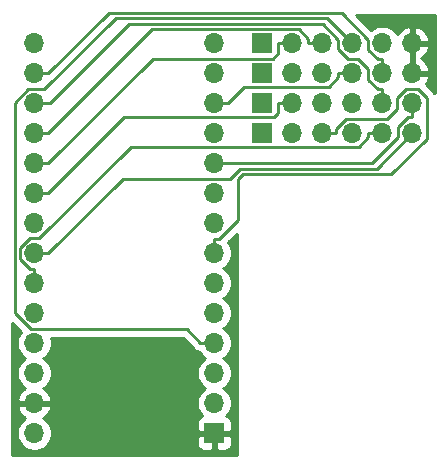
<source format=gbr>
G04 #@! TF.GenerationSoftware,KiCad,Pcbnew,(5.1.5-0-10_14)*
G04 #@! TF.CreationDate,2021-03-13T22:21:17+01:00*
G04 #@! TF.ProjectId,es_bridge,65735f62-7269-4646-9765-2e6b69636164,rev?*
G04 #@! TF.SameCoordinates,Original*
G04 #@! TF.FileFunction,Copper,L2,Bot*
G04 #@! TF.FilePolarity,Positive*
%FSLAX46Y46*%
G04 Gerber Fmt 4.6, Leading zero omitted, Abs format (unit mm)*
G04 Created by KiCad (PCBNEW (5.1.5-0-10_14)) date 2021-03-13 22:21:17*
%MOMM*%
%LPD*%
G04 APERTURE LIST*
%ADD10O,1.700000X1.700000*%
%ADD11R,1.700000X1.700000*%
%ADD12C,0.250000*%
%ADD13C,0.254000*%
G04 APERTURE END LIST*
D10*
X166624000Y-78740000D03*
X164084000Y-78740000D03*
X161544000Y-78740000D03*
X159004000Y-78740000D03*
X156464000Y-78740000D03*
D11*
X153924000Y-78740000D03*
D10*
X166624000Y-76200000D03*
X164084000Y-76200000D03*
X161544000Y-76200000D03*
X159004000Y-76200000D03*
X156464000Y-76200000D03*
D11*
X153924000Y-76200000D03*
D10*
X166624000Y-73660000D03*
X164084000Y-73660000D03*
X161544000Y-73660000D03*
X159004000Y-73660000D03*
X156464000Y-73660000D03*
D11*
X153924000Y-73660000D03*
D10*
X166624000Y-71120000D03*
X164084000Y-71120000D03*
X161544000Y-71120000D03*
X159004000Y-71120000D03*
X156464000Y-71120000D03*
D11*
X153924000Y-71120000D03*
X149860000Y-104140000D03*
D10*
X149860000Y-101600000D03*
X149860000Y-99060000D03*
X149860000Y-96520000D03*
X149860000Y-93980000D03*
X149860000Y-91440000D03*
X149860000Y-88900000D03*
X149860000Y-86360000D03*
X149860000Y-83820000D03*
X149860000Y-81280000D03*
X149860000Y-78740000D03*
X149860000Y-76200000D03*
X149860000Y-73660000D03*
X149860000Y-71120000D03*
X134620000Y-71120000D03*
X134620000Y-73660000D03*
X134620000Y-76200000D03*
X134620000Y-78740000D03*
X134620000Y-81280000D03*
X134620000Y-83820000D03*
X134620000Y-86360000D03*
X134620000Y-88900000D03*
X134620000Y-91440000D03*
X134620000Y-93980000D03*
X134620000Y-96520000D03*
X134620000Y-99060000D03*
X134620000Y-101600000D03*
X134620000Y-104140000D03*
D12*
X161544000Y-73660000D02*
X160368700Y-73660000D01*
X149860000Y-76200000D02*
X151035300Y-76200000D01*
X151035300Y-76200000D02*
X152400000Y-74835300D01*
X152400000Y-74835300D02*
X159560800Y-74835300D01*
X159560800Y-74835300D02*
X160368700Y-74027400D01*
X160368700Y-74027400D02*
X160368700Y-73660000D01*
X166624000Y-76200000D02*
X166624000Y-77375300D01*
X149860000Y-81280000D02*
X151035300Y-81280000D01*
X151035300Y-81280000D02*
X163210400Y-81280000D01*
X163210400Y-81280000D02*
X165448700Y-79041700D01*
X165448700Y-79041700D02*
X165448700Y-78183200D01*
X165448700Y-78183200D02*
X166256600Y-77375300D01*
X166256600Y-77375300D02*
X166624000Y-77375300D01*
X159004000Y-78740000D02*
X160179300Y-78740000D01*
X149860000Y-88900000D02*
X149860000Y-87724700D01*
X149860000Y-87724700D02*
X150227300Y-87724700D01*
X150227300Y-87724700D02*
X151849900Y-86102100D01*
X151849900Y-86102100D02*
X151849900Y-82611500D01*
X151849900Y-82611500D02*
X152246800Y-82214600D01*
X152246800Y-82214600D02*
X164820400Y-82214600D01*
X164820400Y-82214600D02*
X167832900Y-79202100D01*
X167832900Y-79202100D02*
X167832900Y-75736000D01*
X167832900Y-75736000D02*
X167121500Y-75024600D01*
X167121500Y-75024600D02*
X166098400Y-75024600D01*
X166098400Y-75024600D02*
X165320600Y-75802400D01*
X165320600Y-75802400D02*
X165320600Y-76687200D01*
X165320600Y-76687200D02*
X164443100Y-77564700D01*
X164443100Y-77564700D02*
X160987200Y-77564700D01*
X160987200Y-77564700D02*
X160179300Y-78372600D01*
X160179300Y-78372600D02*
X160179300Y-78740000D01*
X149860000Y-96520000D02*
X148684700Y-96520000D01*
X148684700Y-96520000D02*
X147509400Y-95344700D01*
X147509400Y-95344700D02*
X134320100Y-95344700D01*
X134320100Y-95344700D02*
X132943900Y-93968500D01*
X132943900Y-93968500D02*
X132943900Y-76179700D01*
X132943900Y-76179700D02*
X134099000Y-75024600D01*
X134099000Y-75024600D02*
X135475400Y-75024600D01*
X135475400Y-75024600D02*
X141512300Y-68987700D01*
X141512300Y-68987700D02*
X159411700Y-68987700D01*
X159411700Y-68987700D02*
X161544000Y-71120000D01*
X164084000Y-73660000D02*
X164084000Y-72484700D01*
X134620000Y-73660000D02*
X135795300Y-73660000D01*
X135795300Y-73660000D02*
X140918000Y-68537300D01*
X140918000Y-68537300D02*
X160625800Y-68537300D01*
X160625800Y-68537300D02*
X162908700Y-70820200D01*
X162908700Y-70820200D02*
X162908700Y-71676800D01*
X162908700Y-71676800D02*
X163716600Y-72484700D01*
X163716600Y-72484700D02*
X164084000Y-72484700D01*
X164084000Y-76200000D02*
X164084000Y-75024700D01*
X134620000Y-76200000D02*
X135953800Y-76200000D01*
X135953800Y-76200000D02*
X142662600Y-69491200D01*
X142662600Y-69491200D02*
X159041600Y-69491200D01*
X159041600Y-69491200D02*
X160368600Y-70818200D01*
X160368600Y-70818200D02*
X160368600Y-71645600D01*
X160368600Y-71645600D02*
X161146400Y-72423400D01*
X161146400Y-72423400D02*
X161991600Y-72423400D01*
X161991600Y-72423400D02*
X162908700Y-73340500D01*
X162908700Y-73340500D02*
X162908700Y-74216800D01*
X162908700Y-74216800D02*
X163716600Y-75024700D01*
X163716600Y-75024700D02*
X164084000Y-75024700D01*
X135795300Y-78740000D02*
X144590600Y-69944700D01*
X144590600Y-69944700D02*
X157020800Y-69944700D01*
X157020800Y-69944700D02*
X157828700Y-70752600D01*
X157828700Y-70752600D02*
X157828700Y-71120000D01*
X159004000Y-71120000D02*
X157828700Y-71120000D01*
X134620000Y-78740000D02*
X135795300Y-78740000D01*
X135795300Y-81280000D02*
X144642400Y-72432900D01*
X144642400Y-72432900D02*
X154783900Y-72432900D01*
X154783900Y-72432900D02*
X155288700Y-71928100D01*
X155288700Y-71928100D02*
X155288700Y-71120000D01*
X156464000Y-71120000D02*
X155288700Y-71120000D01*
X134620000Y-81280000D02*
X135795300Y-81280000D01*
X156464000Y-76200000D02*
X155288700Y-76200000D01*
X134620000Y-83820000D02*
X135795300Y-83820000D01*
X135795300Y-83820000D02*
X142240000Y-77375300D01*
X142240000Y-77375300D02*
X154921500Y-77375300D01*
X154921500Y-77375300D02*
X155288700Y-77008100D01*
X155288700Y-77008100D02*
X155288700Y-76200000D01*
X166624000Y-78740000D02*
X163601400Y-81762600D01*
X163601400Y-81762600D02*
X152061900Y-81762600D01*
X152061900Y-81762600D02*
X151213000Y-82611500D01*
X151213000Y-82611500D02*
X142083800Y-82611500D01*
X142083800Y-82611500D02*
X135795300Y-88900000D01*
X134620000Y-88900000D02*
X135795300Y-88900000D01*
X164084000Y-78740000D02*
X162908700Y-78740000D01*
X134620000Y-91440000D02*
X134620000Y-90264700D01*
X134620000Y-90264700D02*
X134252700Y-90264700D01*
X134252700Y-90264700D02*
X133394300Y-89406300D01*
X133394300Y-89406300D02*
X133394300Y-88447000D01*
X133394300Y-88447000D02*
X134211300Y-87630000D01*
X134211300Y-87630000D02*
X135048400Y-87630000D01*
X135048400Y-87630000D02*
X142763100Y-79915300D01*
X142763100Y-79915300D02*
X162100800Y-79915300D01*
X162100800Y-79915300D02*
X162908700Y-79107400D01*
X162908700Y-79107400D02*
X162908700Y-78740000D01*
X134620000Y-101600000D02*
X135795300Y-101600000D01*
X135795300Y-101600000D02*
X138335300Y-104140000D01*
X138335300Y-104140000D02*
X149860000Y-104140000D01*
D13*
G36*
X151740001Y-106020000D02*
G01*
X132740000Y-106020000D01*
X132740000Y-103993740D01*
X133135000Y-103993740D01*
X133135000Y-104286260D01*
X133192068Y-104573158D01*
X133304010Y-104843411D01*
X133466525Y-105086632D01*
X133673368Y-105293475D01*
X133916589Y-105455990D01*
X134186842Y-105567932D01*
X134473740Y-105625000D01*
X134766260Y-105625000D01*
X135053158Y-105567932D01*
X135323411Y-105455990D01*
X135566632Y-105293475D01*
X135773475Y-105086632D01*
X135838042Y-104990000D01*
X148371928Y-104990000D01*
X148384188Y-105114482D01*
X148420498Y-105234180D01*
X148479463Y-105344494D01*
X148558815Y-105441185D01*
X148655506Y-105520537D01*
X148765820Y-105579502D01*
X148885518Y-105615812D01*
X149010000Y-105628072D01*
X149574250Y-105625000D01*
X149733000Y-105466250D01*
X149733000Y-104267000D01*
X149987000Y-104267000D01*
X149987000Y-105466250D01*
X150145750Y-105625000D01*
X150710000Y-105628072D01*
X150834482Y-105615812D01*
X150954180Y-105579502D01*
X151064494Y-105520537D01*
X151161185Y-105441185D01*
X151240537Y-105344494D01*
X151299502Y-105234180D01*
X151335812Y-105114482D01*
X151348072Y-104990000D01*
X151345000Y-104425750D01*
X151186250Y-104267000D01*
X149987000Y-104267000D01*
X149733000Y-104267000D01*
X148533750Y-104267000D01*
X148375000Y-104425750D01*
X148371928Y-104990000D01*
X135838042Y-104990000D01*
X135935990Y-104843411D01*
X136047932Y-104573158D01*
X136105000Y-104286260D01*
X136105000Y-103993740D01*
X136047932Y-103706842D01*
X135935990Y-103436589D01*
X135773475Y-103193368D01*
X135566632Y-102986525D01*
X135384466Y-102864805D01*
X135501355Y-102795178D01*
X135717588Y-102600269D01*
X135891641Y-102366920D01*
X136016825Y-102104099D01*
X136061476Y-101956890D01*
X135940155Y-101727000D01*
X134747000Y-101727000D01*
X134747000Y-101747000D01*
X134493000Y-101747000D01*
X134493000Y-101727000D01*
X133299845Y-101727000D01*
X133178524Y-101956890D01*
X133223175Y-102104099D01*
X133348359Y-102366920D01*
X133522412Y-102600269D01*
X133738645Y-102795178D01*
X133855534Y-102864805D01*
X133673368Y-102986525D01*
X133466525Y-103193368D01*
X133304010Y-103436589D01*
X133192068Y-103706842D01*
X133135000Y-103993740D01*
X132740000Y-103993740D01*
X132740000Y-94839401D01*
X133470246Y-95569647D01*
X133466525Y-95573368D01*
X133304010Y-95816589D01*
X133192068Y-96086842D01*
X133135000Y-96373740D01*
X133135000Y-96666260D01*
X133192068Y-96953158D01*
X133304010Y-97223411D01*
X133466525Y-97466632D01*
X133673368Y-97673475D01*
X133847760Y-97790000D01*
X133673368Y-97906525D01*
X133466525Y-98113368D01*
X133304010Y-98356589D01*
X133192068Y-98626842D01*
X133135000Y-98913740D01*
X133135000Y-99206260D01*
X133192068Y-99493158D01*
X133304010Y-99763411D01*
X133466525Y-100006632D01*
X133673368Y-100213475D01*
X133855534Y-100335195D01*
X133738645Y-100404822D01*
X133522412Y-100599731D01*
X133348359Y-100833080D01*
X133223175Y-101095901D01*
X133178524Y-101243110D01*
X133299845Y-101473000D01*
X134493000Y-101473000D01*
X134493000Y-101453000D01*
X134747000Y-101453000D01*
X134747000Y-101473000D01*
X135940155Y-101473000D01*
X136061476Y-101243110D01*
X136016825Y-101095901D01*
X135891641Y-100833080D01*
X135717588Y-100599731D01*
X135501355Y-100404822D01*
X135384466Y-100335195D01*
X135566632Y-100213475D01*
X135773475Y-100006632D01*
X135935990Y-99763411D01*
X136047932Y-99493158D01*
X136105000Y-99206260D01*
X136105000Y-98913740D01*
X136047932Y-98626842D01*
X135935990Y-98356589D01*
X135773475Y-98113368D01*
X135566632Y-97906525D01*
X135392240Y-97790000D01*
X135566632Y-97673475D01*
X135773475Y-97466632D01*
X135935990Y-97223411D01*
X136047932Y-96953158D01*
X136105000Y-96666260D01*
X136105000Y-96373740D01*
X136051484Y-96104700D01*
X147194599Y-96104700D01*
X148120901Y-97031003D01*
X148144699Y-97060001D01*
X148260424Y-97154974D01*
X148392453Y-97225546D01*
X148535714Y-97269003D01*
X148577204Y-97273089D01*
X148706525Y-97466632D01*
X148913368Y-97673475D01*
X149087760Y-97790000D01*
X148913368Y-97906525D01*
X148706525Y-98113368D01*
X148544010Y-98356589D01*
X148432068Y-98626842D01*
X148375000Y-98913740D01*
X148375000Y-99206260D01*
X148432068Y-99493158D01*
X148544010Y-99763411D01*
X148706525Y-100006632D01*
X148913368Y-100213475D01*
X149087760Y-100330000D01*
X148913368Y-100446525D01*
X148706525Y-100653368D01*
X148544010Y-100896589D01*
X148432068Y-101166842D01*
X148375000Y-101453740D01*
X148375000Y-101746260D01*
X148432068Y-102033158D01*
X148544010Y-102303411D01*
X148706525Y-102546632D01*
X148838380Y-102678487D01*
X148765820Y-102700498D01*
X148655506Y-102759463D01*
X148558815Y-102838815D01*
X148479463Y-102935506D01*
X148420498Y-103045820D01*
X148384188Y-103165518D01*
X148371928Y-103290000D01*
X148375000Y-103854250D01*
X148533750Y-104013000D01*
X149733000Y-104013000D01*
X149733000Y-103993000D01*
X149987000Y-103993000D01*
X149987000Y-104013000D01*
X151186250Y-104013000D01*
X151345000Y-103854250D01*
X151348072Y-103290000D01*
X151335812Y-103165518D01*
X151299502Y-103045820D01*
X151240537Y-102935506D01*
X151161185Y-102838815D01*
X151064494Y-102759463D01*
X150954180Y-102700498D01*
X150881620Y-102678487D01*
X151013475Y-102546632D01*
X151175990Y-102303411D01*
X151287932Y-102033158D01*
X151345000Y-101746260D01*
X151345000Y-101453740D01*
X151287932Y-101166842D01*
X151175990Y-100896589D01*
X151013475Y-100653368D01*
X150806632Y-100446525D01*
X150632240Y-100330000D01*
X150806632Y-100213475D01*
X151013475Y-100006632D01*
X151175990Y-99763411D01*
X151287932Y-99493158D01*
X151345000Y-99206260D01*
X151345000Y-98913740D01*
X151287932Y-98626842D01*
X151175990Y-98356589D01*
X151013475Y-98113368D01*
X150806632Y-97906525D01*
X150632240Y-97790000D01*
X150806632Y-97673475D01*
X151013475Y-97466632D01*
X151175990Y-97223411D01*
X151287932Y-96953158D01*
X151345000Y-96666260D01*
X151345000Y-96373740D01*
X151287932Y-96086842D01*
X151175990Y-95816589D01*
X151013475Y-95573368D01*
X150806632Y-95366525D01*
X150632240Y-95250000D01*
X150806632Y-95133475D01*
X151013475Y-94926632D01*
X151175990Y-94683411D01*
X151287932Y-94413158D01*
X151345000Y-94126260D01*
X151345000Y-93833740D01*
X151287932Y-93546842D01*
X151175990Y-93276589D01*
X151013475Y-93033368D01*
X150806632Y-92826525D01*
X150632240Y-92710000D01*
X150806632Y-92593475D01*
X151013475Y-92386632D01*
X151175990Y-92143411D01*
X151287932Y-91873158D01*
X151345000Y-91586260D01*
X151345000Y-91293740D01*
X151287932Y-91006842D01*
X151175990Y-90736589D01*
X151013475Y-90493368D01*
X150806632Y-90286525D01*
X150632240Y-90170000D01*
X150806632Y-90053475D01*
X151013475Y-89846632D01*
X151175990Y-89603411D01*
X151287932Y-89333158D01*
X151345000Y-89046260D01*
X151345000Y-88753740D01*
X151287932Y-88466842D01*
X151175990Y-88196589D01*
X151037491Y-87989310D01*
X151740000Y-87286801D01*
X151740001Y-106020000D01*
G37*
X151740001Y-106020000D02*
X132740000Y-106020000D01*
X132740000Y-103993740D01*
X133135000Y-103993740D01*
X133135000Y-104286260D01*
X133192068Y-104573158D01*
X133304010Y-104843411D01*
X133466525Y-105086632D01*
X133673368Y-105293475D01*
X133916589Y-105455990D01*
X134186842Y-105567932D01*
X134473740Y-105625000D01*
X134766260Y-105625000D01*
X135053158Y-105567932D01*
X135323411Y-105455990D01*
X135566632Y-105293475D01*
X135773475Y-105086632D01*
X135838042Y-104990000D01*
X148371928Y-104990000D01*
X148384188Y-105114482D01*
X148420498Y-105234180D01*
X148479463Y-105344494D01*
X148558815Y-105441185D01*
X148655506Y-105520537D01*
X148765820Y-105579502D01*
X148885518Y-105615812D01*
X149010000Y-105628072D01*
X149574250Y-105625000D01*
X149733000Y-105466250D01*
X149733000Y-104267000D01*
X149987000Y-104267000D01*
X149987000Y-105466250D01*
X150145750Y-105625000D01*
X150710000Y-105628072D01*
X150834482Y-105615812D01*
X150954180Y-105579502D01*
X151064494Y-105520537D01*
X151161185Y-105441185D01*
X151240537Y-105344494D01*
X151299502Y-105234180D01*
X151335812Y-105114482D01*
X151348072Y-104990000D01*
X151345000Y-104425750D01*
X151186250Y-104267000D01*
X149987000Y-104267000D01*
X149733000Y-104267000D01*
X148533750Y-104267000D01*
X148375000Y-104425750D01*
X148371928Y-104990000D01*
X135838042Y-104990000D01*
X135935990Y-104843411D01*
X136047932Y-104573158D01*
X136105000Y-104286260D01*
X136105000Y-103993740D01*
X136047932Y-103706842D01*
X135935990Y-103436589D01*
X135773475Y-103193368D01*
X135566632Y-102986525D01*
X135384466Y-102864805D01*
X135501355Y-102795178D01*
X135717588Y-102600269D01*
X135891641Y-102366920D01*
X136016825Y-102104099D01*
X136061476Y-101956890D01*
X135940155Y-101727000D01*
X134747000Y-101727000D01*
X134747000Y-101747000D01*
X134493000Y-101747000D01*
X134493000Y-101727000D01*
X133299845Y-101727000D01*
X133178524Y-101956890D01*
X133223175Y-102104099D01*
X133348359Y-102366920D01*
X133522412Y-102600269D01*
X133738645Y-102795178D01*
X133855534Y-102864805D01*
X133673368Y-102986525D01*
X133466525Y-103193368D01*
X133304010Y-103436589D01*
X133192068Y-103706842D01*
X133135000Y-103993740D01*
X132740000Y-103993740D01*
X132740000Y-94839401D01*
X133470246Y-95569647D01*
X133466525Y-95573368D01*
X133304010Y-95816589D01*
X133192068Y-96086842D01*
X133135000Y-96373740D01*
X133135000Y-96666260D01*
X133192068Y-96953158D01*
X133304010Y-97223411D01*
X133466525Y-97466632D01*
X133673368Y-97673475D01*
X133847760Y-97790000D01*
X133673368Y-97906525D01*
X133466525Y-98113368D01*
X133304010Y-98356589D01*
X133192068Y-98626842D01*
X133135000Y-98913740D01*
X133135000Y-99206260D01*
X133192068Y-99493158D01*
X133304010Y-99763411D01*
X133466525Y-100006632D01*
X133673368Y-100213475D01*
X133855534Y-100335195D01*
X133738645Y-100404822D01*
X133522412Y-100599731D01*
X133348359Y-100833080D01*
X133223175Y-101095901D01*
X133178524Y-101243110D01*
X133299845Y-101473000D01*
X134493000Y-101473000D01*
X134493000Y-101453000D01*
X134747000Y-101453000D01*
X134747000Y-101473000D01*
X135940155Y-101473000D01*
X136061476Y-101243110D01*
X136016825Y-101095901D01*
X135891641Y-100833080D01*
X135717588Y-100599731D01*
X135501355Y-100404822D01*
X135384466Y-100335195D01*
X135566632Y-100213475D01*
X135773475Y-100006632D01*
X135935990Y-99763411D01*
X136047932Y-99493158D01*
X136105000Y-99206260D01*
X136105000Y-98913740D01*
X136047932Y-98626842D01*
X135935990Y-98356589D01*
X135773475Y-98113368D01*
X135566632Y-97906525D01*
X135392240Y-97790000D01*
X135566632Y-97673475D01*
X135773475Y-97466632D01*
X135935990Y-97223411D01*
X136047932Y-96953158D01*
X136105000Y-96666260D01*
X136105000Y-96373740D01*
X136051484Y-96104700D01*
X147194599Y-96104700D01*
X148120901Y-97031003D01*
X148144699Y-97060001D01*
X148260424Y-97154974D01*
X148392453Y-97225546D01*
X148535714Y-97269003D01*
X148577204Y-97273089D01*
X148706525Y-97466632D01*
X148913368Y-97673475D01*
X149087760Y-97790000D01*
X148913368Y-97906525D01*
X148706525Y-98113368D01*
X148544010Y-98356589D01*
X148432068Y-98626842D01*
X148375000Y-98913740D01*
X148375000Y-99206260D01*
X148432068Y-99493158D01*
X148544010Y-99763411D01*
X148706525Y-100006632D01*
X148913368Y-100213475D01*
X149087760Y-100330000D01*
X148913368Y-100446525D01*
X148706525Y-100653368D01*
X148544010Y-100896589D01*
X148432068Y-101166842D01*
X148375000Y-101453740D01*
X148375000Y-101746260D01*
X148432068Y-102033158D01*
X148544010Y-102303411D01*
X148706525Y-102546632D01*
X148838380Y-102678487D01*
X148765820Y-102700498D01*
X148655506Y-102759463D01*
X148558815Y-102838815D01*
X148479463Y-102935506D01*
X148420498Y-103045820D01*
X148384188Y-103165518D01*
X148371928Y-103290000D01*
X148375000Y-103854250D01*
X148533750Y-104013000D01*
X149733000Y-104013000D01*
X149733000Y-103993000D01*
X149987000Y-103993000D01*
X149987000Y-104013000D01*
X151186250Y-104013000D01*
X151345000Y-103854250D01*
X151348072Y-103290000D01*
X151335812Y-103165518D01*
X151299502Y-103045820D01*
X151240537Y-102935506D01*
X151161185Y-102838815D01*
X151064494Y-102759463D01*
X150954180Y-102700498D01*
X150881620Y-102678487D01*
X151013475Y-102546632D01*
X151175990Y-102303411D01*
X151287932Y-102033158D01*
X151345000Y-101746260D01*
X151345000Y-101453740D01*
X151287932Y-101166842D01*
X151175990Y-100896589D01*
X151013475Y-100653368D01*
X150806632Y-100446525D01*
X150632240Y-100330000D01*
X150806632Y-100213475D01*
X151013475Y-100006632D01*
X151175990Y-99763411D01*
X151287932Y-99493158D01*
X151345000Y-99206260D01*
X151345000Y-98913740D01*
X151287932Y-98626842D01*
X151175990Y-98356589D01*
X151013475Y-98113368D01*
X150806632Y-97906525D01*
X150632240Y-97790000D01*
X150806632Y-97673475D01*
X151013475Y-97466632D01*
X151175990Y-97223411D01*
X151287932Y-96953158D01*
X151345000Y-96666260D01*
X151345000Y-96373740D01*
X151287932Y-96086842D01*
X151175990Y-95816589D01*
X151013475Y-95573368D01*
X150806632Y-95366525D01*
X150632240Y-95250000D01*
X150806632Y-95133475D01*
X151013475Y-94926632D01*
X151175990Y-94683411D01*
X151287932Y-94413158D01*
X151345000Y-94126260D01*
X151345000Y-93833740D01*
X151287932Y-93546842D01*
X151175990Y-93276589D01*
X151013475Y-93033368D01*
X150806632Y-92826525D01*
X150632240Y-92710000D01*
X150806632Y-92593475D01*
X151013475Y-92386632D01*
X151175990Y-92143411D01*
X151287932Y-91873158D01*
X151345000Y-91586260D01*
X151345000Y-91293740D01*
X151287932Y-91006842D01*
X151175990Y-90736589D01*
X151013475Y-90493368D01*
X150806632Y-90286525D01*
X150632240Y-90170000D01*
X150806632Y-90053475D01*
X151013475Y-89846632D01*
X151175990Y-89603411D01*
X151287932Y-89333158D01*
X151345000Y-89046260D01*
X151345000Y-88753740D01*
X151287932Y-88466842D01*
X151175990Y-88196589D01*
X151037491Y-87989310D01*
X151740000Y-87286801D01*
X151740001Y-106020000D01*
G36*
X161671000Y-76073000D02*
G01*
X161691000Y-76073000D01*
X161691000Y-76327000D01*
X161671000Y-76327000D01*
X161671000Y-76347000D01*
X161417000Y-76347000D01*
X161417000Y-76327000D01*
X161397000Y-76327000D01*
X161397000Y-76073000D01*
X161417000Y-76073000D01*
X161417000Y-76053000D01*
X161671000Y-76053000D01*
X161671000Y-76073000D01*
G37*
X161671000Y-76073000D02*
X161691000Y-76073000D01*
X161691000Y-76327000D01*
X161671000Y-76327000D01*
X161671000Y-76347000D01*
X161417000Y-76347000D01*
X161417000Y-76327000D01*
X161397000Y-76327000D01*
X161397000Y-76073000D01*
X161417000Y-76073000D01*
X161417000Y-76053000D01*
X161671000Y-76053000D01*
X161671000Y-76073000D01*
G36*
X168504001Y-75379311D02*
G01*
X168467874Y-75311724D01*
X168396699Y-75224997D01*
X168372901Y-75195999D01*
X168343902Y-75172201D01*
X167768869Y-74597168D01*
X167819178Y-74541355D01*
X167968157Y-74291252D01*
X168065481Y-74016891D01*
X167944814Y-73787000D01*
X166751000Y-73787000D01*
X166751000Y-73807000D01*
X166497000Y-73807000D01*
X166497000Y-73787000D01*
X166477000Y-73787000D01*
X166477000Y-73533000D01*
X166497000Y-73533000D01*
X166497000Y-71247000D01*
X166751000Y-71247000D01*
X166751000Y-73533000D01*
X167944814Y-73533000D01*
X168065481Y-73303109D01*
X167968157Y-73028748D01*
X167819178Y-72778645D01*
X167624269Y-72562412D01*
X167393120Y-72390000D01*
X167624269Y-72217588D01*
X167819178Y-72001355D01*
X167968157Y-71751252D01*
X168065481Y-71476891D01*
X167944814Y-71247000D01*
X166751000Y-71247000D01*
X166497000Y-71247000D01*
X166477000Y-71247000D01*
X166477000Y-70993000D01*
X166497000Y-70993000D01*
X166497000Y-69799845D01*
X166751000Y-69799845D01*
X166751000Y-70993000D01*
X167944814Y-70993000D01*
X168065481Y-70763109D01*
X167968157Y-70488748D01*
X167819178Y-70238645D01*
X167624269Y-70022412D01*
X167390920Y-69848359D01*
X167128099Y-69723175D01*
X166980890Y-69678524D01*
X166751000Y-69799845D01*
X166497000Y-69799845D01*
X166267110Y-69678524D01*
X166119901Y-69723175D01*
X165857080Y-69848359D01*
X165623731Y-70022412D01*
X165428822Y-70238645D01*
X165359195Y-70355534D01*
X165237475Y-70173368D01*
X165030632Y-69966525D01*
X164787411Y-69804010D01*
X164517158Y-69692068D01*
X164230260Y-69635000D01*
X163937740Y-69635000D01*
X163650842Y-69692068D01*
X163380589Y-69804010D01*
X163137368Y-69966525D01*
X163133597Y-69970296D01*
X161895301Y-68732000D01*
X168504000Y-68732000D01*
X168504001Y-75379311D01*
G37*
X168504001Y-75379311D02*
X168467874Y-75311724D01*
X168396699Y-75224997D01*
X168372901Y-75195999D01*
X168343902Y-75172201D01*
X167768869Y-74597168D01*
X167819178Y-74541355D01*
X167968157Y-74291252D01*
X168065481Y-74016891D01*
X167944814Y-73787000D01*
X166751000Y-73787000D01*
X166751000Y-73807000D01*
X166497000Y-73807000D01*
X166497000Y-73787000D01*
X166477000Y-73787000D01*
X166477000Y-73533000D01*
X166497000Y-73533000D01*
X166497000Y-71247000D01*
X166751000Y-71247000D01*
X166751000Y-73533000D01*
X167944814Y-73533000D01*
X168065481Y-73303109D01*
X167968157Y-73028748D01*
X167819178Y-72778645D01*
X167624269Y-72562412D01*
X167393120Y-72390000D01*
X167624269Y-72217588D01*
X167819178Y-72001355D01*
X167968157Y-71751252D01*
X168065481Y-71476891D01*
X167944814Y-71247000D01*
X166751000Y-71247000D01*
X166497000Y-71247000D01*
X166477000Y-71247000D01*
X166477000Y-70993000D01*
X166497000Y-70993000D01*
X166497000Y-69799845D01*
X166751000Y-69799845D01*
X166751000Y-70993000D01*
X167944814Y-70993000D01*
X168065481Y-70763109D01*
X167968157Y-70488748D01*
X167819178Y-70238645D01*
X167624269Y-70022412D01*
X167390920Y-69848359D01*
X167128099Y-69723175D01*
X166980890Y-69678524D01*
X166751000Y-69799845D01*
X166497000Y-69799845D01*
X166267110Y-69678524D01*
X166119901Y-69723175D01*
X165857080Y-69848359D01*
X165623731Y-70022412D01*
X165428822Y-70238645D01*
X165359195Y-70355534D01*
X165237475Y-70173368D01*
X165030632Y-69966525D01*
X164787411Y-69804010D01*
X164517158Y-69692068D01*
X164230260Y-69635000D01*
X163937740Y-69635000D01*
X163650842Y-69692068D01*
X163380589Y-69804010D01*
X163137368Y-69966525D01*
X163133597Y-69970296D01*
X161895301Y-68732000D01*
X168504000Y-68732000D01*
X168504001Y-75379311D01*
M02*

</source>
